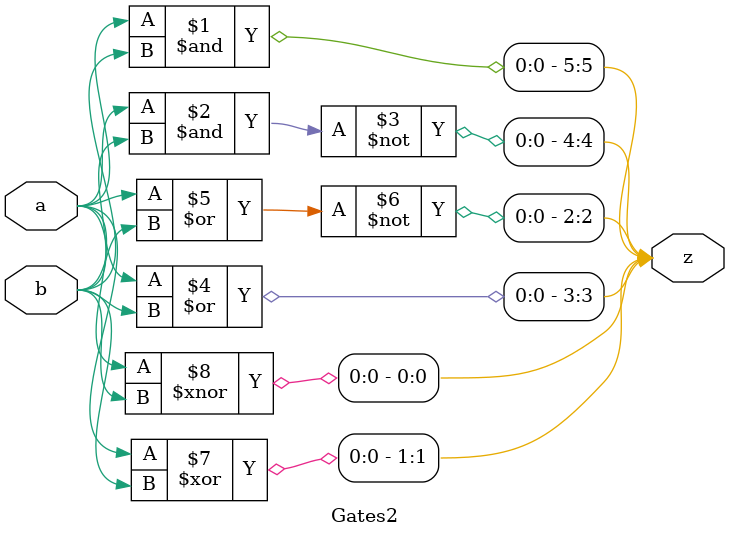
<source format=sv>
module Gates2(
    input  logic a,
    input  logic b,
    output logic [5:0] z );
    
    assign z[5] = a & b;    //ÓëÃÅ
    assign z[4] = ~(a & b); //Óë·ÇÃÅ
    assign z[3] = a | b;    //»òÃÅ
    assign z[2] = ~(a | b); //»ò·ÇÃÅ
    assign z[1] = a ^ b;    //Òì»òÃÅ
    assign z[0] = a ~^ b;   //Í¬»òÃÅ
endmodule
</source>
